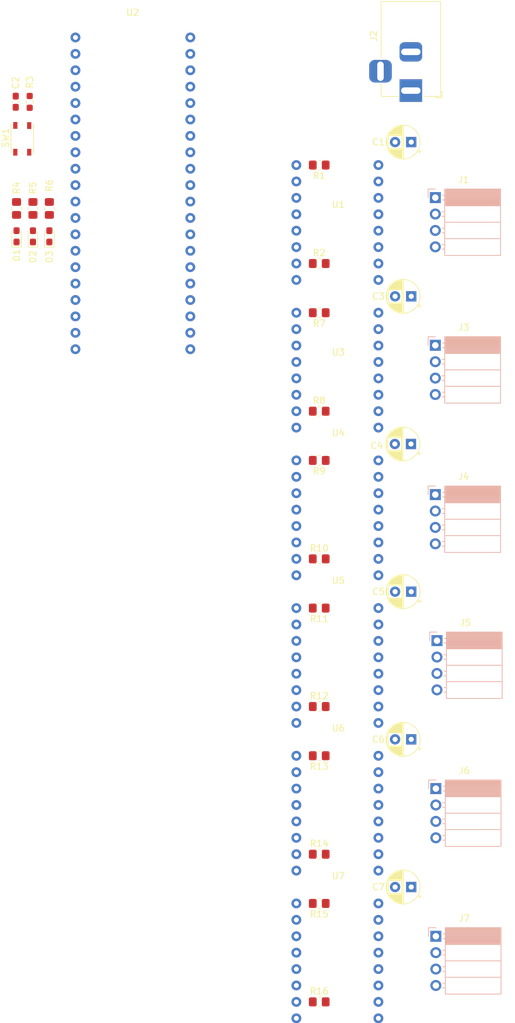
<source format=kicad_pcb>
(kicad_pcb (version 20211014) (generator pcbnew)
  (layers (0 "F.Cu" signal) (31 "B.Cu" signal) (34 "B.Paste" user) (35 "F.Paste" user) (36 "B.SilkS" user "B.Silkscreen") (37 "F.SilkS" user "F.Silkscreen") (38 "B.Mask" user) (39 "F.Mask" user) (44 "Edge.Cuts" user))
  (net 0 "")
  (net 1 "+BATT")
  (net 2 "GND")
  (net 3 "Net-(C2-Pad1)")
  (net 4 "Net-(D1-Pad2)")
  (net 5 "Net-(D2-Pad2)")
  (net 6 "Net-(D3-Pad2)")
  (net 7 "Net-(J1-Pad1)")
  (net 8 "Net-(J1-Pad2)")
  (net 9 "Net-(J1-Pad3)")
  (net 10 "Net-(J1-Pad4)")
  (net 11 "Net-(J3-Pad1)")
  (net 12 "Net-(J3-Pad2)")
  (net 13 "Net-(J3-Pad3)")
  (net 14 "Net-(J3-Pad4)")
  (net 15 "Net-(J4-Pad1)")
  (net 16 "Net-(J4-Pad2)")
  (net 17 "Net-(J4-Pad3)")
  (net 18 "Net-(J4-Pad4)")
  (net 19 "Net-(J5-Pad1)")
  (net 20 "Net-(J5-Pad2)")
  (net 21 "Net-(J5-Pad3)")
  (net 22 "Net-(J5-Pad4)")
  (net 23 "Net-(J6-Pad1)")
  (net 24 "Net-(J6-Pad2)")
  (net 25 "Net-(J6-Pad3)")
  (net 26 "Net-(J6-Pad4)")
  (net 27 "Net-(J7-Pad1)")
  (net 28 "Net-(J7-Pad2)")
  (net 29 "Net-(J7-Pad3)")
  (net 30 "Net-(J7-Pad4)")
  (net 31 "+3.3V")
  (net 32 "/MicroController/ENABLE1")
  (net 33 "/MicroController/PWM1")
  (net 34 "Net-(R4-Pad1)")
  (net 35 "Net-(R5-Pad1)")
  (net 36 "Net-(R6-Pad1)")
  (net 37 "/MicroController/ENABLE2")
  (net 38 "/MicroController/PWM2")
  (net 39 "/MicroController/ENABLE3")
  (net 40 "/MicroController/PMW3")
  (net 41 "/MicroController/ENABLE4")
  (net 42 "/MicroController/PWM4")
  (net 43 "/MicroController/ENABLE5")
  (net 44 "/MicroController/PWM5")
  (net 45 "/MicroController/ENABLE6")
  (net 46 "/MicroController/PWM6")
  (net 47 "/MicroController/MS1")
  (net 48 "/MicroController/MS2")
  (net 49 "/MicroController/MS3")
  (net 50 "Net-(U1-Pad5)")
  (net 51 "/MicroController/DIR")
  (net 63 "Net-(U3-Pad5)")
  (net 64 "Net-(U4-Pad5)")
  (net 65 "Net-(U5-Pad5)")
  (net 66 "Net-(U6-Pad5)")
  (net 67 "Net-(U7-Pad5)")
  (footprint "stepper_music_lib:a4988" (layer "F.Cu") (at 116.84 137.16)
    (fp_text reference "U6" (at 6.5024 -4.2672 unlocked) (layer "F.SilkS"))
    (fp_text value "a4988")
    (pad "1" thru_hole circle (at 0 0) (size 1.524 1.524) (drill 0.762) (layers *.Cu *.Mask) (net 43 "/MicroController/ENABLE5"))
    (pad "2" thru_hole circle (at 0 2.54) (size 1.524 1.524) (drill 0.762) (layers *.Cu *.Mask) (net 47 "/MicroController/MS1"))
    (pad "3" thru_hole circle (at 0 5.08) (size 1.524 1.524) (drill 0.762) (layers *.Cu *.Mask) (net 48 "/MicroController/MS2"))
    (pad "4" thru_hole circle (at 0 7.62) (size 1.524 1.524) (drill 0.762) (layers *.Cu *.Mask) (net 49 "/MicroController/MS3"))
    (pad "5" thru_hole circle (at 0 10.16) (size 1.524 1.524) (drill 0.762) (layers *.Cu *.Mask) (net 66 "Net-(U6-Pad5)"))
    (pad "6" thru_hole circle (at 0 12.7) (size 1.524 1.524) (drill 0.762) (layers *.Cu *.Mask) (net 66 "Net-(U6-Pad5)"))
    (pad "7" thru_hole circle (at 0 15.24) (size 1.524 1.524) (drill 0.762) (layers *.Cu *.Mask) (net 44 "/MicroController/PWM5"))
    (pad "8" thru_hole circle (at 0 17.78) (size 1.524 1.524) (drill 0.762) (layers *.Cu *.Mask) (net 51 "/MicroController/DIR"))
    (pad "9" thru_hole circle (at 12.7 0) (size 1.524 1.524) (drill 0.762) (layers *.Cu *.Mask) (net 1 "+BATT"))
    (pad "10" thru_hole circle (at 12.7 2.54) (size 1.524 1.524) (drill 0.762) (layers *.Cu *.Mask) (net 2 "GND"))
    (pad "11" thru_hole circle (at 12.7 5.08) (size 1.524 1.524) (drill 0.762) (layers *.Cu *.Mask) (net 23 "Net-(J6-Pad1)"))
    (pad "12" thru_hole circle (at 12.7 7.62) (size 1.524 1.524) (drill 0.762) (layers *.Cu *.Mask) (net 24 "Net-(J6-Pad2)"))
    (pad "13" thru_hole circle (at 12.7 10.16) (size 1.524 1.524) (drill 0.762) (layers *.Cu *.Mask) (net 25 "Net-(J6-Pad3)"))
    (pad "14" thru_hole circle (at 12.7 12.7) (size 1.524 1.524) (drill 0.762) (layers *.Cu *.Mask) (net 26 "Net-(J6-Pad4)"))
    (pad "15" thru_hole circle (at 12.7 15.24) (size 1.524 1.524) (drill 0.762) (layers *.Cu *.Mask) (net 31 "+3.3V"))
    (pad "16" thru_hole circle (at 12.7 17.78) (size 1.524 1.524) (drill 0.762) (layers *.Cu *.Mask) (net 2 "GND"))
  )
  (footprint "Resistor_SMD:R_0805_2012Metric_Pad1.20x1.40mm_HandSolder" (layer "F.Cu") (at 120.38 114.3 180)
    (fp_text reference "R11" (at 0 -1.65) (layer "F.SilkS"))
    (fp_text value "10k")
    (pad "1" smd roundrect (at -1 0 180) (size 1.2 1.4) (layers "F.Cu" "F.Paste" "F.Mask") (roundrect_rratio 0.208333) (net 31 "+3.3V"))
    (pad "2" smd roundrect (at 1 0 180) (size 1.2 1.4) (layers "F.Cu" "F.Paste" "F.Mask") (roundrect_rratio 0.208333) (net 41 "/MicroController/ENABLE4"))
  )
  (footprint "Capacitor_THT:CP_Radial_D5.0mm_P2.50mm" (layer "F.Cu") (at 134.62 157.48 180)
    (fp_text reference "C7" (at 5.08 0) (layer "F.SilkS"))
    (fp_text value "10u")
    (pad "1" thru_hole rect (at 0 0 180) (size 1.6 1.6) (drill 0.8) (layers *.Cu *.Mask) (net 1 "+BATT"))
    (pad "2" thru_hole circle (at 2.5 0 180) (size 1.6 1.6) (drill 0.8) (layers *.Cu *.Mask) (net 2 "GND"))
  )
  (footprint "stepper_music_lib:a4988" (layer "F.Cu") (at 116.84 45.72)
    (fp_text reference "U1" (at 6.5024 6.12 unlocked) (layer "F.SilkS"))
    (fp_text value "a4988")
    (pad "1" thru_hole circle (at 0 0) (size 1.524 1.524) (drill 0.762) (layers *.Cu *.Mask) (net 32 "/MicroController/ENABLE1"))
    (pad "2" thru_hole circle (at 0 2.54) (size 1.524 1.524) (drill 0.762) (layers *.Cu *.Mask) (net 47 "/MicroController/MS1"))
    (pad "3" thru_hole circle (at 0 5.08) (size 1.524 1.524) (drill 0.762) (layers *.Cu *.Mask) (net 48 "/MicroController/MS2"))
    (pad "4" thru_hole circle (at 0 7.62) (size 1.524 1.524) (drill 0.762) (layers *.Cu *.Mask) (net 49 "/MicroController/MS3"))
    (pad "5" thru_hole circle (at 0 10.16) (size 1.524 1.524) (drill 0.762) (layers *.Cu *.Mask) (net 50 "Net-(U1-Pad5)"))
    (pad "6" thru_hole circle (at 0 12.7) (size 1.524 1.524) (drill 0.762) (layers *.Cu *.Mask) (net 50 "Net-(U1-Pad5)"))
    (pad "7" thru_hole circle (at 0 15.24) (size 1.524 1.524) (drill 0.762) (layers *.Cu *.Mask) (net 33 "/MicroController/PWM1"))
    (pad "8" thru_hole circle (at 0 17.78) (size 1.524 1.524) (drill 0.762) (layers *.Cu *.Mask) (net 51 "/MicroController/DIR"))
    (pad "9" thru_hole circle (at 12.7 0) (size 1.524 1.524) (drill 0.762) (layers *.Cu *.Mask) (net 1 "+BATT"))
    (pad "10" thru_hole circle (at 12.7 2.54) (size 1.524 1.524) (drill 0.762) (layers *.Cu *.Mask) (net 2 "GND"))
    (pad "11" thru_hole circle (at 12.7 5.08) (size 1.524 1.524) (drill 0.762) (layers *.Cu *.Mask) (net 7 "Net-(J1-Pad1)"))
    (pad "12" thru_hole circle (at 12.7 7.62) (size 1.524 1.524) (drill 0.762) (layers *.Cu *.Mask) (net 8 "Net-(J1-Pad2)"))
    (pad "13" thru_hole circle (at 12.7 10.16) (size 1.524 1.524) (drill 0.762) (layers *.Cu *.Mask) (net 9 "Net-(J1-Pad3)"))
    (pad "14" thru_hole circle (at 12.7 12.7) (size 1.524 1.524) (drill 0.762) (layers *.Cu *.Mask) (net 10 "Net-(J1-Pad4)"))
    (pad "15" thru_hole circle (at 12.7 15.24) (size 1.524 1.524) (drill 0.762) (layers *.Cu *.Mask) (net 31 "+3.3V"))
    (pad "16" thru_hole circle (at 12.7 17.78) (size 1.524 1.524) (drill 0.762) (layers *.Cu *.Mask) (net 2 "GND"))
  )
  (footprint "Resistor_SMD:R_0603_1608Metric_Pad0.98x0.95mm_HandSolder" (layer "F.Cu") (at 75.565 35.941 90)
    (fp_text reference "R3" (at 3.048 0 90) (layer "F.SilkS"))
    (fp_text value "10k")
    (pad "1" smd roundrect (at -0.9125 0 90) (size 0.975 0.95) (layers "F.Cu" "F.Paste" "F.Mask") (net 31 "+3.3V"))
    (pad "2" smd roundrect (at 0.9125 0 90) (size 0.975 0.95) (layers "F.Cu" "F.Paste" "F.Mask") (net 3 "Net-(C2-Pad1)"))
  )
  (footprint "Resistor_SMD:R_0805_2012Metric_Pad1.20x1.40mm_HandSolder" (layer "F.Cu") (at 120.38 152.4)
    (fp_text reference "R14" (at 0 -1.65) (layer "F.SilkS"))
    (fp_text value "10k")
    (pad "1" smd roundrect (at -1 0) (size 1.2 1.4) (layers "F.Cu" "F.Paste" "F.Mask") (roundrect_rratio 0.208333) (net 44 "/MicroController/PWM5"))
    (pad "2" smd roundrect (at 1 0) (size 1.2 1.4) (layers "F.Cu" "F.Paste" "F.Mask") (roundrect_rratio 0.208333) (net 2 "GND"))
  )
  (footprint "Connector_BarrelJack:BarrelJack_Horizontal" (layer "F.Cu") (at 134.5615 34.194 -90)
    (fp_text reference "J2" (at -8.45 5.75 90) (layer "F.SilkS"))
    (fp_text value "Barrel_Jack")
    (pad "1" thru_hole rect (at 0 0 270) (size 3.5 3.5) (drill oval 1 3) (layers *.Cu *.Mask) (net 1 "+BATT"))
    (pad "2" thru_hole roundrect (at -6 0 270) (size 3 3.5) (drill oval 1 3) (layers *.Cu *.Mask) (net 2 "GND"))
    (pad "3" thru_hole roundrect (at -3 4.7 270) (size 3.5 3.5) (drill oval 3 1) (layers *.Cu *.Mask))
  )
  (footprint "stepper_music_lib:a4988" (layer "F.Cu") (at 116.84 160.02)
    (fp_text reference "U7" (at 6.5024 -4.2672 unlocked) (layer "F.SilkS"))
    (fp_text value "a4988")
    (pad "1" thru_hole circle (at 0 0) (size 1.524 1.524) (drill 0.762) (layers *.Cu *.Mask) (net 45 "/MicroController/ENABLE6"))
    (pad "2" thru_hole circle (at 0 2.54) (size 1.524 1.524) (drill 0.762) (layers *.Cu *.Mask) (net 47 "/MicroController/MS1"))
    (pad "3" thru_hole circle (at 0 5.08) (size 1.524 1.524) (drill 0.762) (layers *.Cu *.Mask) (net 48 "/MicroController/MS2"))
    (pad "4" thru_hole circle (at 0 7.62) (size 1.524 1.524) (drill 0.762) (layers *.Cu *.Mask) (net 49 "/MicroController/MS3"))
    (pad "5" thru_hole circle (at 0 10.16) (size 1.524 1.524) (drill 0.762) (layers *.Cu *.Mask) (net 67 "Net-(U7-Pad5)"))
    (pad "6" thru_hole circle (at 0 12.7) (size 1.524 1.524) (drill 0.762) (layers *.Cu *.Mask) (net 67 "Net-(U7-Pad5)"))
    (pad "7" thru_hole circle (at 0 15.24) (size 1.524 1.524) (drill 0.762) (layers *.Cu *.Mask) (net 46 "/MicroController/PWM6"))
    (pad "8" thru_hole circle (at 0 17.78) (size 1.524 1.524) (drill 0.762) (layers *.Cu *.Mask) (net 51 "/MicroController/DIR"))
    (pad "9" thru_hole circle (at 12.7 0) (size 1.524 1.524) (drill 0.762) (layers *.Cu *.Mask) (net 1 "+BATT"))
    (pad "10" thru_hole circle (at 12.7 2.54) (size 1.524 1.524) (drill 0.762) (layers *.Cu *.Mask) (net 2 "GND"))
    (pad "11" thru_hole circle (at 12.7 5.08) (size 1.524 1.524) (drill 0.762) (layers *.Cu *.Mask) (net 27 "Net-(J7-Pad1)"))
    (pad "12" thru_hole circle (at 12.7 7.62) (size 1.524 1.524) (drill 0.762) (layers *.Cu *.Mask) (net 28 "Net-(J7-Pad2)"))
    (pad "13" thru_hole circle (at 12.7 10.16) (size 1.524 1.524) (drill 0.762) (layers *.Cu *.Mask) (net 29 "Net-(J7-Pad3)"))
    (pad "14" thru_hole circle (at 12.7 12.7) (size 1.524 1.524) (drill 0.762) (layers *.Cu *.Mask) (net 30 "Net-(J7-Pad4)"))
    (pad "15" thru_hole circle (at 12.7 15.24) (size 1.524 1.524) (drill 0.762) (layers *.Cu *.Mask) (net 31 "+3.3V"))
    (pad "16" thru_hole circle (at 12.7 17.78) (size 1.524 1.524) (drill 0.762) (layers *.Cu *.Mask) (net 2 "GND"))
  )
  (footprint "stepper_music_lib:a4988" (layer "F.Cu") (at 116.84 114.3)
    (fp_text reference "U5" (at 6.5024 -4.2672 unlocked) (layer "F.SilkS"))
    (fp_text value "a4988")
    (pad "1" thru_hole circle (at 0 0) (size 1.524 1.524) (drill 0.762) (layers *.Cu *.Mask) (net 41 "/MicroController/ENABLE4"))
    (pad "2" thru_hole circle (at 0 2.54) (size 1.524 1.524) (drill 0.762) (layers *.Cu *.Mask) (net 47 "/MicroController/MS1"))
    (pad "3" thru_hole circle (at 0 5.08) (size 1.524 1.524) (drill 0.762) (layers *.Cu *.Mask) (net 48 "/MicroController/MS2"))
    (pad "4" thru_hole circle (at 0 7.62) (size 1.524 1.524) (drill 0.762) (layers *.Cu *.Mask) (net 49 "/MicroController/MS3"))
    (pad "5" thru_hole circle (at 0 10.16) (size 1.524 1.524) (drill 0.762) (layers *.Cu *.Mask) (net 65 "Net-(U5-Pad5)"))
    (pad "6" thru_hole circle (at 0 12.7) (size 1.524 1.524) (drill 0.762) (layers *.Cu *.Mask) (net 65 "Net-(U5-Pad5)"))
    (pad "7" thru_hole circle (at 0 15.24) (size 1.524 1.524) (drill 0.762) (layers *.Cu *.Mask) (net 42 "/MicroController/PWM4"))
    (pad "8" thru_hole circle (at 0 17.78) (size 1.524 1.524) (drill 0.762) (layers *.Cu *.Mask) (net 51 "/MicroController/DIR"))
    (pad "9" thru_hole circle (at 12.7 0) (size 1.524 1.524) (drill 0.762) (layers *.Cu *.Mask) (net 1 "+BATT"))
    (pad "10" thru_hole circle (at 12.7 2.54) (size 1.524 1.524) (drill 0.762) (layers *.Cu *.Mask) (net 2 "GND"))
    (pad "11" thru_hole circle (at 12.7 5.08) (size 1.524 1.524) (drill 0.762) (layers *.Cu *.Mask) (net 19 "Net-(J5-Pad1)"))
    (pad "12" thru_hole circle (at 12.7 7.62) (size 1.524 1.524) (drill 0.762) (layers *.Cu *.Mask) (net 20 "Net-(J5-Pad2)"))
    (pad "13" thru_hole circle (at 12.7 10.16) (size 1.524 1.524) (drill 0.762) (layers *.Cu *.Mask) (net 21 "Net-(J5-Pad3)"))
    (pad "14" thru_hole circle (at 12.7 12.7) (size 1.524 1.524) (drill 0.762) (layers *.Cu *.Mask) (net 22 "Net-(J5-Pad4)"))
    (pad "15" thru_hole circle (at 12.7 15.24) (size 1.524 1.524) (drill 0.762) (layers *.Cu *.Mask) (net 31 "+3.3V"))
    (pad "16" thru_hole circle (at 12.7 17.78) (size 1.524 1.524) (drill 0.762) (layers *.Cu *.Mask) (net 2 "GND"))
  )
  (footprint "LED_SMD:LED_0603_1608Metric_Pad1.05x0.95mm_HandSolder" (layer "F.Cu") (at 73.533 56.755 90)
    (fp_text reference "D1" (at -2.935 0 90) (layer "F.SilkS"))
    (fp_text value "LED")
    (pad "1" smd roundrect (at -0.875 0 90) (size 1.05 0.95) (layers "F.Cu" "F.Paste" "F.Mask") (net 2 "GND"))
    (pad "2" smd roundrect (at 0.875 0 90) (size 1.05 0.95) (layers "F.Cu" "F.Paste" "F.Mask") (net 4 "Net-(D1-Pad2)"))
  )
  (footprint "Resistor_SMD:R_0805_2012Metric_Pad1.20x1.40mm_HandSolder" (layer "F.Cu") (at 78.613 52.435 -90)
    (fp_text reference "R6" (at -3.54 0 90) (layer "F.SilkS"))
    (fp_text value "1k")
    (pad "1" smd roundrect (at -1 0 270) (size 1.2 1.4) (layers "F.Cu" "F.Paste" "F.Mask") (roundrect_rratio 0.208333) (net 36 "Net-(R6-Pad1)"))
    (pad "2" smd roundrect (at 1 0 270) (size 1.2 1.4) (layers "F.Cu" "F.Paste" "F.Mask") (roundrect_rratio 0.208333) (net 6 "Net-(D3-Pad2)"))
  )
  (footprint "Resistor_SMD:R_0805_2012Metric_Pad1.20x1.40mm_HandSolder" (layer "F.Cu") (at 120.38 106.68)
    (fp_text reference "R10" (at 0 -1.65) (layer "F.SilkS"))
    (fp_text value "10k")
    (pad "1" smd roundrect (at -1 0) (size 1.2 1.4) (layers "F.Cu" "F.Paste" "F.Mask") (roundrect_rratio 0.208333) (net 40 "/MicroController/PMW3"))
    (pad "2" smd roundrect (at 1 0) (size 1.2 1.4) (layers "F.Cu" "F.Paste" "F.Mask") (roundrect_rratio 0.208333) (net 2 "GND"))
  )
  (footprint "Resistor_SMD:R_0805_2012Metric_Pad1.20x1.40mm_HandSolder" (layer "F.Cu") (at 120.38 175.26)
    (fp_text reference "R16" (at 0 -1.65) (layer "F.SilkS"))
    (fp_text value "10k")
    (pad "1" smd roundrect (at -1 0) (size 1.2 1.4) (layers "F.Cu" "F.Paste" "F.Mask") (roundrect_rratio 0.208333) (net 46 "/MicroController/PWM6"))
    (pad "2" smd roundrect (at 1 0) (size 1.2 1.4) (layers "F.Cu" "F.Paste" "F.Mask") (roundrect_rratio 0.208333) (net 2 "GND"))
  )
  (footprint "Button_Switch_SMD:SW_Push_1P1T_NO_Vertical_Wuerth_434133025816" (layer "F.Cu") (at 74.422 41.656 90)
    (fp_text reference "SW1" (at 0.15 -2.6 90) (layer "F.SilkS"))
    (fp_text value "SKRPACE")
    (pad "1" smd rect (at 2.075 -1.075 90) (size 1.05 0.65) (layers "F.Cu" "F.Paste" "F.Mask") (net 2 "GND"))
    (pad "1" smd rect (at -2.075 -1.075 90) (size 1.05 0.65) (layers "F.Cu" "F.Paste" "F.Mask") (net 2 "GND"))
    (pad "2" smd rect (at 2.05 1.075 90) (size 1.05 0.65) (layers "F.Cu" "F.Paste" "F.Mask") (net 3 "Net-(C2-Pad1)"))
    (pad "2" smd rect (at -2.075 1.075 90) (size 1.05 0.65) (layers "F.Cu" "F.Paste" "F.Mask") (net 3 "Net-(C2-Pad1)"))
  )
  (footprint "stepper_music_lib:a4988" (layer "F.Cu") (at 116.84 91.44)
    (fp_text reference "U4" (at 6.5024 -4.2672 unlocked) (layer "F.SilkS"))
    (fp_text value "a4988")
    (pad "1" thru_hole circle (at 0 0) (size 1.524 1.524) (drill 0.762) (layers *.Cu *.Mask) (net 39 "/MicroController/ENABLE3"))
    (pad "2" thru_hole circle (at 0 2.54) (size 1.524 1.524) (drill 0.762) (layers *.Cu *.Mask) (net 47 "/MicroController/MS1"))
    (pad "3" thru_hole circle (at 0 5.08) (size 1.524 1.524) (drill 0.762) (layers *.Cu *.Mask) (net 48 "/MicroController/MS2"))
    (pad "4" thru_hole circle (at 0 7.62) (size 1.524 1.524) (drill 0.762) (layers *.Cu *.Mask) (net 49 "/MicroController/MS3"))
    (pad "5" thru_hole circle (at 0 10.16) (size 1.524 1.524) (drill 0.762) (layers *.Cu *.Mask) (net 64 "Net-(U4-Pad5)"))
    (pad "6" thru_hole circle (at 0 12.7) (size 1.524 1.524) (drill 0.762) (layers *.Cu *.Mask) (net 64 "Net-(U4-Pad5)"))
    (pad "7" thru_hole circle (at 0 15.24) (size 1.524 1.524) (drill 0.762) (layers *.Cu *.Mask) (net 40 "/MicroController/PMW3"))
    (pad "8" thru_hole circle (at 0 17.78) (size 1.524 1.524) (drill 0.762) (layers *.Cu *.Mask) (net 51 "/MicroController/DIR"))
    (pad "9" thru_hole circle (at 12.7 0) (size 1.524 1.524) (drill 0.762) (layers *.Cu *.Mask) (net 1 "+BATT"))
    (pad "10" thru_hole circle (at 12.7 2.54) (size 1.524 1.524) (drill 0.762) (layers *.Cu *.Mask) (net 2 "GND"))
    (pad "11" thru_hole circle (at 12.7 5.08) (size 1.524 1.524) (drill 0.762) (layers *.Cu *.Mask) (net 15 "Net-(J4-Pad1)"))
    (pad "12" thru_hole circle (at 12.7 7.62) (size 1.524 1.524) (drill 0.762) (layers *.Cu *.Mask) (net 16 "Net-(J4-Pad2)"))
    (pad "13" thru_hole circle (at 12.7 10.16) (size 1.524 1.524) (drill 0.762) (layers *.Cu *.Mask) (net 17 "Net-(J4-Pad3)"))
    (pad "14" thru_hole circle (at 12.7 12.7) (size 1.524 1.524) (drill 0.762) (layers *.Cu *.Mask) (net 18 "Net-(J4-Pad4)"))
    (pad "15" thru_hole circle (at 12.7 15.24) (size 1.524 1.524) (drill 0.762) (layers *.Cu *.Mask) (net 31 "+3.3V"))
    (pad "16" thru_hole circle (at 12.7 17.78) (size 1.524 1.524) (drill 0.762) (layers *.Cu *.Mask) (net 2 "GND"))
  )
  (footprint "Capacitor_THT:CP_Radial_D5.0mm_P2.50mm" (layer "F.Cu") (at 134.62 111.76 180)
    (fp_text reference "C5" (at 5.04 0) (layer "F.SilkS"))
    (fp_text value "10u")
    (pad "1" thru_hole rect (at 0 0 180) (size 1.6 1.6) (drill 0.8) (layers *.Cu *.Mask) (net 1 "+BATT"))
    (pad "2" thru_hole circle (at 2.5 0 180) (size 1.6 1.6) (drill 0.8) (layers *.Cu *.Mask) (net 2 "GND"))
  )
  (footprint "Capacitor_THT:CP_Radial_D5.0mm_P2.50mm" (layer "F.Cu") (at 134.62 66.04 180)
    (fp_text reference "C3" (at 5.08 0) (layer "F.SilkS"))
    (fp_text value "10u")
    (pad "1" thru_hole rect (at 0 0 180) (size 1.6 1.6) (drill 0.8) (layers *.Cu *.Mask) (net 1 "+BATT"))
    (pad "2" thru_hole circle (at 2.5 0 180) (size 1.6 1.6) (drill 0.8) (layers *.Cu *.Mask) (net 2 "GND"))
  )
  (footprint "Resistor_SMD:R_0805_2012Metric_Pad1.20x1.40mm_HandSolder" (layer "F.Cu") (at 120.38 160.02 180)
    (fp_text reference "R15" (at 0 -1.65) (layer "F.SilkS"))
    (fp_text value "10k")
    (pad "1" smd roundrect (at -1 0 180) (size 1.2 1.4) (layers "F.Cu" "F.Paste" "F.Mask") (roundrect_rratio 0.208333) (net 31 "+3.3V"))
    (pad "2" smd roundrect (at 1 0 180) (size 1.2 1.4) (layers "F.Cu" "F.Paste" "F.Mask") (roundrect_rratio 0.208333) (net 45 "/MicroController/ENABLE6"))
  )
  (footprint "LED_SMD:LED_0603_1608Metric_Pad1.05x0.95mm_HandSolder" (layer "F.Cu") (at 76.073 56.755 90)
    (fp_text reference "D2" (at -3.175 0 90) (layer "F.SilkS"))
    (fp_text value "LED")
    (pad "1" smd roundrect (at -0.875 0 90) (size 1.05 0.95) (layers "F.Cu" "F.Paste" "F.Mask") (net 2 "GND"))
    (pad "2" smd roundrect (at 0.875 0 90) (size 1.05 0.95) (layers "F.Cu" "F.Paste" "F.Mask") (net 5 "Net-(D2-Pad2)"))
  )
  (footprint "Resistor_SMD:R_0805_2012Metric_Pad1.20x1.40mm_HandSolder" (layer "F.Cu") (at 120.38 129.54)
    (fp_text reference "R12" (at 0 -1.65) (layer "F.SilkS"))
    (fp_text value "10k")
    (pad "1" smd roundrect (at -1 0) (size 1.2 1.4) (layers "F.Cu" "F.Paste" "F.Mask") (roundrect_rratio 0.208333) (net 42 "/MicroController/PWM4"))
    (pad "2" smd roundrect (at 1 0) (size 1.2 1.4) (layers "F.Cu" "F.Paste" "F.Mask") (roundrect_rratio 0.208333) (net 2 "GND"))
  )
  (footprint "Resistor_SMD:R_0805_2012Metric_Pad1.20x1.40mm_HandSolder" (layer "F.Cu") (at 73.533 52.435 -90)
    (fp_text reference "R4" (at -3.175 0 90) (layer "F.SilkS"))
    (fp_text value "1k")
    (pad "1" smd roundrect (at -1 0 270) (size 1.2 1.4) (layers "F.Cu" "F.Paste" "F.Mask") (roundrect_rratio 0.208333) (net 34 "Net-(R4-Pad1)"))
    (pad "2" smd roundrect (at 1 0 270) (size 1.2 1.4) (layers "F.Cu" "F.Paste" "F.Mask") (roundrect_rratio 0.208333) (net 4 "Net-(D1-Pad2)"))
  )
  (footprint "Resistor_SMD:R_0805_2012Metric_Pad1.20x1.40mm_HandSolder" (layer "F.Cu") (at 120.38 91.44 180)
    (fp_text reference "R9" (at 0 -1.65) (layer "F.SilkS"))
    (fp_text value "10k")
    (pad "1" smd roundrect (at -1 0 180) (size 1.2 1.4) (layers "F.Cu" "F.Paste" "F.Mask") (roundrect_rratio 0.208333) (net 31 "+3.3V"))
    (pad "2" smd roundrect (at 1 0 180) (size 1.2 1.4) (layers "F.Cu" "F.Paste" "F.Mask") (roundrect_rratio 0.208333) (net 39 "/MicroController/ENABLE3"))
  )
  (footprint "Capacitor_SMD:C_0603_1608Metric_Pad1.08x0.95mm_HandSolder" (layer "F.Cu") (at 73.406 35.9145 -90)
    (fp_text reference "C2" (at -2.921 0 90) (layer "F.SilkS"))
    (fp_text value "0.1u")
    (pad "1" smd roundrect (at -0.8625 0 270) (size 1.075 0.95) (layers "F.Cu" "F.Paste" "F.Mask") (net 3 "Net-(C2-Pad1)"))
    (pad "2" smd roundrect (at 0.8625 0 270) (size 1.075 0.95) (layers "F.Cu" "F.Paste" "F.Mask") (net 2 "GND"))
  )
  (footprint "Resistor_SMD:R_0805_2012Metric_Pad1.20x1.40mm_HandSolder" (layer "F.Cu") (at 120.38 83.82)
    (fp_text reference "R8" (at 0 -1.65) (layer "F.SilkS"))
    (fp_text value "10k")
    (pad "1" smd roundrect (at -1 0) (size 1.2 1.4) (layers "F.Cu" "F.Paste" "F.Mask") (roundrect_rratio 0.208333) (net 38 "/MicroController/PWM2"))
    (pad "2" smd roundrect (at 1 0) (size 1.2 1.4) (layers "F.Cu" "F.Paste" "F.Mask") (roundrect_rratio 0.208333) (net 2 "GND"))
  )
  (footprint "Capacitor_THT:CP_Radial_D5.0mm_P2.50mm" (layer "F.Cu") (at 134.62 134.62 180)
    (fp_text reference "C6" (at 5.08 0) (layer "F.SilkS"))
    (fp_text value "10u")
    (pad "1" thru_hole rect (at 0 0 180) (size 1.6 1.6) (drill 0.8) (layers *.Cu *.Mask) (net 1 "+BATT"))
    (pad "2" thru_hole circle (at 2.5 0 180) (size 1.6 1.6) (drill 0.8) (layers *.Cu *.Mask) (net 2 "GND"))
  )
  (footprint "Resistor_SMD:R_0805_2012Metric_Pad1.20x1.40mm_HandSolder" (layer "F.Cu") (at 120.38 60.96)
    (fp_text reference "R2" (at 0 -1.65) (layer "F.SilkS"))
    (fp_text value "10k")
    (pad "1" smd roundrect (at -1 0) (size 1.2 1.4) (layers "F.Cu" "F.Paste" "F.Mask") (roundrect_rratio 0.208333) (net 33 "/MicroController/PWM1"))
    (pad "2" smd roundrect (at 1 0) (size 1.2 1.4) (layers "F.Cu" "F.Paste" "F.Mask") (roundrect_rratio 0.208333) (net 2 "GND"))
  )
  (footprint "Resistor_SMD:R_0805_2012Metric_Pad1.20x1.40mm_HandSolder" (layer "F.Cu") (at 120.38 137.16 180)
    (fp_text reference "R13" (at 0 -1.65) (layer "F.SilkS"))
    (fp_text value "10k")
    (pad "1" smd roundrect (at -1 0 180) (size 1.2 1.4) (layers "F.Cu" "F.Paste" "F.Mask") (roundrect_rratio 0.208333) (net 31 "+3.3V"))
    (pad "2" smd roundrect (at 1 0 180) (size 1.2 1.4) (layers "F.Cu" "F.Paste" "F.Mask") (roundrect_rratio 0.208333) (net 43 "/MicroController/ENABLE5"))
  )
  (footprint "Resistor_SMD:R_0805_2012Metric_Pad1.20x1.40mm_HandSolder" (layer "F.Cu") (at 120.38 68.58 180)
    (fp_text reference "R7" (at 0 -1.65) (layer "F.SilkS"))
    (fp_text value "10k")
    (pad "1" smd roundrect (at -1 0 180) (size 1.2 1.4) (layers "F.Cu" "F.Paste" "F.Mask") (roundrect_rratio 0.208333) (net 31 "+3.3V"))
    (pad "2" smd roundrect (at 1 0 180) (size 1.2 1.4) (layers "F.Cu" "F.Paste" "F.Mask") (roundrect_rratio 0.208333) (net 37 "/MicroController/ENABLE2"))
  )
  (footprint "stepper_music_lib:a4988" (layer "F.Cu") (at 116.84 68.58)
    (fp_text reference "U3" (at 6.5024 6.12 unlocked) (layer "F.SilkS"))
    (fp_text value "a4988")
    (pad "1" thru_hole circle (at 0 0) (size 1.524 1.524) (drill 0.762) (layers *.Cu *.Mask) (net 37 "/MicroController/ENABLE2"))
    (pad "2" thru_hole circle (at 0 2.54) (size 1.524 1.524) (drill 0.762) (layers *.Cu *.Mask) (net 47 "/MicroController/MS1"))
    (pad "3" thru_hole circle (at 0 5.08) (size 1.524 1.524) (drill 0.762) (layers *.Cu *.Mask) (net 48 "/MicroController/MS2"))
    (pad "4" thru_hole circle (at 0 7.62) (size 1.524 1.524) (drill 0.762) (layers *.Cu *.Mask) (net 49 "/MicroController/MS3"))
    (pad "5" thru_hole circle (at 0 10.16) (size 1.524 1.524) (drill 0.762) (layers *.Cu *.Mask) (net 63 "Net-(U3-Pad5)"))
    (pad "6" thru_hole circle (at 0 12.7) (size 1.524 1.524) (drill 0.762) (layers *.Cu *.Mask) (net 63 "Net-(U3-Pad5)"))
    (pad "7" thru_hole circle (at 0 15.24) (size 1.524 1.524) (drill 0.762) (layers *.Cu *.Mask) (net 38 "/MicroController/PWM2"))
    (pad "8" thru_hole circle (at 0 17.78) (size 1.524 1.524) (drill 0.762) (layers *.Cu *.Mask) (net 51 "/MicroController/DIR"))
    (pad "9" thru_hole circle (at 12.7 0) (size 1.524 1.524) (drill 0.762) (layers *.Cu *.Mask) (net 1 "+BATT"))
    (pad "10" thru_hole circle (at 12.7 2.54) (size 1.524 1.524) (drill 0.762) (layers *.Cu *.Mask) (net 2 "GND"))
    (pad "11" thru_hole circle (at 12.7 5.08) (size 1.524 1.524) (drill 0.762) (layers *.Cu *.Mask) (net 11 "Net-(J3-Pad1)"))
    (pad "12" thru_hole circle (at 12.7 7.62) (size 1.524 1.524) (drill 0.762) (layers *.Cu *.Mask) (net 12 "Net-(J3-Pad2)"))
    (pad "13" thru_hole circle (at 12.7 10.16) (size 1.524 1.524) (drill 0.762) (layers *.Cu *.Mask) (net 13 "Net-(J3-Pad3)"))
    (pad "14" thru_hole circle (at 12.7 12.7) (size 1.524 1.524) (drill 0.762) (layers *.Cu *.Mask) (net 14 "Net-(J3-Pad4)"))
    (pad "15" thru_hole circle (at 12.7 15.24) (size 1.524 1.524) (drill 0.762) (layers *.Cu *.Mask) (net 31 "+3.3V"))
    (pad "16" thru_hole circle (at 12.7 17.78) (size 1.524 1.524) (drill 0.762) (layers *.Cu *.Mask) (net 2 "GND"))
  )
  (footprint "Capacitor_THT:CP_Radial_D5.0mm_P2.50mm" (layer "F.Cu") (at 134.58 88.9 180)
    (fp_text reference "C4" (at 5.294 -0.254) (layer "F.SilkS"))
    (fp_text value "10u")
    (pad "1" thru_hole rect (at 0 0 180) (size 1.6 1.6) (drill 0.8) (layers *.Cu *.Mask) (net 1 "+BATT"))
    (pad "2" thru_hole circle (at 2.5 0 180) (size 1.6 1.6) (drill 0.8) (layers *.Cu *.Mask) (net 2 "GND"))
  )
  (footprint "stepper_music_lib:raspberrypi_pico" (layer "F.Cu") (at 82.650354 25.967)
    (fp_text reference "U2" (at 8.8646 -3.8608 unlocked) (layer "F.SilkS"))
    (fp_text value "RaspberryPi Pico")
    (pad "1" thru_hole circle (at 0 0) (size 1.524 1.524) (drill 0.762) (layers *.Cu *.Mask))
    (pad "2" thru_hole circle (at 0 2.54) (size 1.524 1.524) (drill 0.762) (layers *.Cu *.Mask))
    (pad "3" thru_hole circle (at 0 5.08) (size 1.524 1.524) (drill 0.762) (layers *.Cu *.Mask) (net 2 "GND"))
    (pad "4" thru_hole circle (at 0 7.62) (size 1.524 1.524) (drill 0.762) (layers *.Cu *.Mask) (net 47 "/MicroController/MS1"))
    (pad "5" thru_hole circle (at 0 10.16) (size 1.524 1.524) (drill 0.762) (layers *.Cu *.Mask) (net 48 "/MicroController/MS2"))
    (pad "6" thru_hole circle (at 0 12.7) (size 1.524 1.524) (drill 0.762) (layers *.Cu *.Mask) (net 3 "Net-(C2-Pad1)"))
    (pad "7" thru_hole circle (at 0 15.24) (size 1.524 1.524) (drill 0.762) (layers *.Cu *.Mask) (net 34 "Net-(R4-Pad1)"))
    (pad "8" thru_hole circle (at 0 17.78) (size 1.524 1.524) (drill 0.762) (layers *.Cu *.Mask) (net 2 "GND"))
    (pad "9" thru_hole circle (at 0 20.32) (size 1.524 1.524) (drill 0.762) (layers *.Cu *.Mask) (net 49 "/MicroController/MS3"))
    (pad "10" thru_hole circle (at 0 22.86) (size 1.524 1.524) (drill 0.762) (layers *.Cu *.Mask) (net 35 "Net-(R5-Pad1)"))
    (pad "11" thru_hole circle (at 0 25.4) (size 1.524 1.524) (drill 0.762) (layers *.Cu *.Mask) (net 36 "Net-(R6-Pad1)"))
    (pad "12" thru_hole circle (at 0 27.94) (size 1.524 1.524) (drill 0.762) (layers *.Cu *.Mask) (net 51 "/MicroController/DIR"))
    (pad "13" thru_hole circle (at 0 30.48) (size 1.524 1.524) (drill 0.762) (layers *.Cu *.Mask) (net 2 "GND"))
    (pad "14" thru_hole circle (at 0 33.02) (size 1.524 1.524) (drill 0.762) (layers *.Cu *.Mask) (net 46 "/MicroController/PWM6"))
    (pad "15" thru_hole circle (at 0 35.56) (size 1.524 1.524) (drill 0.762) (layers *.Cu *.Mask) (net 45 "/MicroController/ENABLE6"))
    (pad "16" thru_hole circle (at 0 38.1) (size 1.524 1.524) (drill 0.762) (layers *.Cu *.Mask) (net 44 "/MicroController/PWM5"))
    (pad "17" thru_hole circle (at 0 40.64) (size 1.524 1.524) (drill 0.762) (layers *.Cu *.Mask) (net 43 "/MicroController/ENABLE5"))
    (pad "18" thru_hole circle (at 0 43.18) (size 1.524 1.524) (drill 0.762) (layers *.Cu *.Mask) (net 2 "GND"))
    (pad "19" thru_hole circle (at 0 45.72) (size 1.524 1.524) (drill 0.762) (layers *.Cu *.Mask))
    (pad "20" thru_hole circle (at 0 48.26) (size 1.524 1.524) (drill 0.762) (layers *.Cu *.Mask))
    (pad "21" thru_hole circle (at 17.78 48.26) (size 1.524 1.524) (drill 0.762) (layers *.Cu *.Mask))
    (pad "22" thru_hole circle (at 17.78 45.72) (size 1.524 1.524) (drill 0.762) (layers *.Cu *.Mask))
    (pad "23" thru_hole circle (at 17.78 43.18) (size 1.524 1.524) (drill 0.762) (layers *.Cu *.Mask) (net 2 "GND"))
    (pad "24" thru_hole circle (at 17.78 40.64) (size 1.524 1.524) (drill 0.762) (layers *.Cu *.Mask) (net 42 "/MicroController/PWM4"))
    (pad "25" thru_hole circle (at 17.78 38.1) (size 1.524 1.524) (drill 0.762) (layers *.Cu *.Mask) (net 41 "/MicroController/ENABLE4"))
    (pad "26" thru_hole circle (at 17.78 35.56) (size 1.524 1.524) (drill 0.762) (layers *.Cu *.Mask) (net 40 "/MicroController/PMW3"))
    (pad "27" thru_hole circle (at 17.78 33.02) (size 1.524 1.524) (drill 0.762) (layers *.Cu *.Mask) (net 39 "/MicroController/ENABLE3"))
    (pad "28" thru_hole circle (at 17.78 30.48) (size 1.524 1.524) (drill 0.762) (layers *.Cu *.Mask) (net 2 "GND"))
    (pad "29" thru_hole circle (at 17.78 27.94) (size 1.524 1.524) (drill 0.762) (layers *.Cu *.Mask) (net 38 "/MicroController/PWM2"))
    (pad "30" thru_hole circle (at 17.78 25.4) (size 1.524 1.524) (drill 0.762) (layers *.Cu *.Mask))
    (pad "31" thru_hole circle (at 17.78 22.86) (size 1.524 1.524) (drill 0.762) (layers *.Cu *.Mask) (net 37 "/MicroController/ENABLE2"))
    (pad "32" thru_hole circle (at 17.78 20.32) (size 1.524 1.524) (drill 0.762) (layers *.Cu *.Mask) (net 33 "/MicroController/PWM1"))
    (pad "33" thru_hole circle (at 17.78 17.78) (size 1.524 1.524) (drill 0.762) (layers *.Cu *.Mask) (net 2 "GND"))
    (pad "34" thru_hole circle (at 17.78 15.24) (size 1.524 1.524) (drill 0.762) (layers *.Cu *.Mask) (net 32 "/MicroController/ENABLE1"))
    (pad "35" thru_hole circle (at 17.78 12.7) (size 1.524 1.524) (drill 0.762) (layers *.Cu *.Mask))
    (pad "36" thru_hole circle (at 17.78 10.16) (size 1.524 1.524) (drill 0.762) (layers *.Cu *.Mask) (net 31 "+3.3V"))
    (pad "37" thru_hole circle (at 17.78 7.62) (size 1.524 1.524) (drill 0.762) (layers *.Cu *.Mask))
    (pad "38" thru_hole circle (at 17.78 5.08) (size 1.524 1.524) (drill 0.762) (layers *.Cu *.Mask) (net 2 "GND"))
    (pad "39" thru_hole circle (at 17.78 2.54) (size 1.524 1.524) (drill 0.762) (layers *.Cu *.Mask))
    (pad "40" thru_hole circle (at 17.78 0) (size 1.524 1.524) (drill 0.762) (layers *.Cu *.Mask))
  )
  (footprint "Resistor_SMD:R_0805_2012Metric_Pad1.20x1.40mm_HandSolder" (layer "F.Cu") (at 76.073 52.435 -90)
    (fp_text reference "R5" (at -3.175 0 90) (layer "F.SilkS"))
    (fp_text value "1k")
    (pad "1" smd roundrect (at -1 0 270) (size 1.2 1.4) (layers "F.Cu" "F.Paste" "F.Mask") (roundrect_rratio 0.208333) (net 35 "Net-(R5-Pad1)"))
    (pad "2" smd roundrect (at 1 0 270) (size 1.2 1.4) (layers "F.Cu" "F.Paste" "F.Mask") (roundrect_rratio 0.208333) (net 5 "Net-(D2-Pad2)"))
  )
  (footprint "Capacitor_THT:CP_Radial_D5.0mm_P2.50mm" (layer "F.Cu") (at 134.62 42.164 180)
    (fp_text reference "C1" (at 5.08 0) (layer "F.SilkS"))
    (fp_text value "10u")
    (pad "1" thru_hole rect (at 0 0 180) (size 1.6 1.6) (drill 0.8) (layers *.Cu *.Mask) (net 1 "+BATT"))
    (pad "2" thru_hole circle (at 2.5 0 180) (size 1.6 1.6) (drill 0.8) (layers *.Cu *.Mask) (net 2 "GND"))
  )
  (footprint "LED_SMD:LED_0603_1608Metric_Pad1.05x0.95mm_HandSolder" (layer "F.Cu") (at 78.613 56.755 90)
    (fp_text reference "D3" (at -3.175 0 90) (layer "F.SilkS"))
    (fp_text value "LED")
    (pad "1" smd roundrect (at -0.875 0 90) (size 1.05 0.95) (layers "F.Cu" "F.Paste" "F.Mask") (net 2 "GND"))
    (pad "2" smd roundrect (at 0.875 0 90) (size 1.05 0.95) (layers "F.Cu" "F.Paste" "F.Mask") (net 6 "Net-(D3-Pad2)"))
  )
  (footprint "Resistor_SMD:R_0805_2012Metric_Pad1.20x1.40mm_HandSolder" (layer "F.Cu") (at 120.38 45.72 180)
    (fp_text reference "R1" (at 0 -1.65) (layer "F.SilkS"))
    (fp_text value "10k")
    (pad "1" smd roundrect (at -1 0 180) (size 1.2 1.4) (layers "F.Cu" "F.Paste" "F.Mask") (roundrect_rratio 0.208333) (net 31 "+3.3V"))
    (pad "2" smd roundrect (at 1 0 180) (size 1.2 1.4) (layers "F.Cu" "F.Paste" "F.Mask") (roundrect_rratio 0.208333) (net 32 "/MicroController/ENABLE1"))
  )
  (footprint "Connector_PinSocket_2.54mm:PinSocket_1x04_P2.54mm_Horizontal" (layer "B.Cu") (at 138.348 73.62 180)
    (fp_text reference "J3" (at -4.38 2.77) (layer "F.SilkS"))
    (fp_text value "Conn_01x04_Female")
    (pad "1" thru_hole rect (at 0 0 180) (size 1.7 1.7) (drill 1) (layers *.Cu *.Mask) (net 11 "Net-(J3-Pad1)"))
    (pad "2" thru_hole oval (at 0 -2.54 180) (size 1.7 1.7) (drill 1) (layers *.Cu *.Mask) (net 12 "Net-(J3-Pad2)"))
    (pad "3" thru_hole oval (at 0 -5.08 180) (size 1.7 1.7) (drill 1) (layers *.Cu *.Mask) (net 13 "Net-(J3-Pad3)"))
    (pad "4" thru_hole oval (at 0 -7.62 180) (size 1.7 1.7) (drill 1) (layers *.Cu *.Mask) (net 14 "Net-(J3-Pad4)"))
  )
  (footprint "Connector_PinSocket_2.54mm:PinSocket_1x04_P2.54mm_Horizontal" (layer "B.Cu") (at 138.602 119.34 180)
    (fp_text reference "J5" (at -4.38 2.77) (layer "F.SilkS"))
    (fp_text value "Conn_01x04_Female")
    (pad "1" thru_hole rect (at 0 0 180) (size 1.7 1.7) (drill 1) (layers *.Cu *.Mask) (net 19 "Net-(J5-Pad1)"))
    (pad "2" thru_hole oval (at 0 -2.54 180) (size 1.7 1.7) (drill 1) (layers *.Cu *.Mask) (net 20 "Net-(J5-Pad2)"))
    (pad "3" thru_hole oval (at 0 -5.08 180) (size 1.7 1.7) (drill 1) (layers *.Cu *.Mask) (net 21 "Net-(J5-Pad3)"))
    (pad "4" thru_hole oval (at 0 -7.62 180) (size 1.7 1.7) (drill 1) (layers *.Cu *.Mask) (net 22 "Net-(J5-Pad4)"))
  )
  (footprint "Connector_PinSocket_2.54mm:PinSocket_1x04_P2.54mm_Horizontal" (layer "B.Cu") (at 138.348 50.76 180)
    (fp_text reference "J1" (at -4.38 2.77) (layer "F.SilkS"))
    (fp_text value "Conn_01x04_Female")
    (pad "1" thru_hole rect (at 0 0 180) (size 1.7 1.7) (drill 1) (layers *.Cu *.Mask) (net 7 "Net-(J1-Pad1)"))
    (pad "2" thru_hole oval (at 0 -2.54 180) (size 1.7 1.7) (drill 1) (layers *.Cu *.Mask) (net 8 "Net-(J1-Pad2)"))
    (pad "3" thru_hole oval (at 0 -5.08 180) (size 1.7 1.7) (drill 1) (layers *.Cu *.Mask) (net 9 "Net-(J1-Pad3)"))
    (pad "4" thru_hole oval (at 0 -7.62 180) (size 1.7 1.7) (drill 1) (layers *.Cu *.Mask) (net 10 "Net-(J1-Pad4)"))
  )
  (footprint "Connector_PinSocket_2.54mm:PinSocket_1x04_P2.54mm_Horizontal" (layer "B.Cu") (at 138.348 96.734 180)
    (fp_text reference "J4" (at -4.38 2.77) (layer "F.SilkS"))
    (fp_text value "Conn_01x04_Female")
    (pad "1" thru_hole rect (at 0 0 180) (size 1.7 1.7) (drill 1) (layers *.Cu *.Mask) (net 15 "Net-(J4-Pad1)"))
    (pad "2" thru_hole oval (at 0 -2.54 180) (size 1.7 1.7) (drill 1) (layers *.Cu *.Mask) (net 16 "Net-(J4-Pad2)"))
    (pad "3" thru_hole oval (at 0 -5.08 180) (size 1.7 1.7) (drill 1) (layers *.Cu *.Mask) (net 17 "Net-(J4-Pad3)"))
    (pad "4" thru_hole oval (at 0 -7.62 180) (size 1.7 1.7) (drill 1) (layers *.Cu *.Mask) (net 18 "Net-(J4-Pad4)"))
  )
  (footprint "Connector_PinSocket_2.54mm:PinSocket_1x04_P2.54mm_Horizontal" (layer "B.Cu") (at 138.43 142.24 180)
    (fp_text reference "J6" (at -4.4 2.77) (layer "F.SilkS"))
    (fp_text value "Conn_01x04_Female")
    (pad "1" thru_hole rect (at 0 0 180) (size 1.7 1.7) (drill 1) (layers *.Cu *.Mask) (net 23 "Net-(J6-Pad1)"))
    (pad "2" thru_hole oval (at 0 -2.54 180) (size 1.7 1.7) (drill 1) (layers *.Cu *.Mask) (net 24 "Net-(J6-Pad2)"))
    (pad "3" thru_hole oval (at 0 -5.08 180) (size 1.7 1.7) (drill 1) (layers *.Cu *.Mask) (net 25 "Net-(J6-Pad3)"))
    (pad "4" thru_hole oval (at 0 -7.62 180) (size 1.7 1.7) (drill 1) (layers *.Cu *.Mask) (net 26 "Net-(J6-Pad4)"))
  )
  (footprint "Connector_PinSocket_2.54mm:PinSocket_1x04_P2.54mm_Horizontal" (layer "B.Cu") (at 138.43 165.1 180)
    (fp_text reference "J7" (at -4.4 2.77) (layer "F.SilkS"))
    (fp_text value "Conn_01x04_Female")
    (pad "1" thru_hole rect (at 0 0 180) (size 1.7 1.7) (drill 1) (layers *.Cu *.Mask) (net 27 "Net-(J7-Pad1)"))
    (pad "2" thru_hole oval (at 0 -2.54 180) (size 1.7 1.7) (drill 1) (layers *.Cu *.Mask) (net 28 "Net-(J7-Pad2)"))
    (pad "3" thru_hole oval (at 0 -5.08 180) (size 1.7 1.7) (drill 1) (layers *.Cu *.Mask) (net 29 "Net-(J7-Pad3)"))
    (pad "4" thru_hole oval (at 0 -7.62 180) (size 1.7 1.7) (drill 1) (layers *.Cu *.Mask) (net 30 "Net-(J7-Pad4)"))
  )
)
</source>
